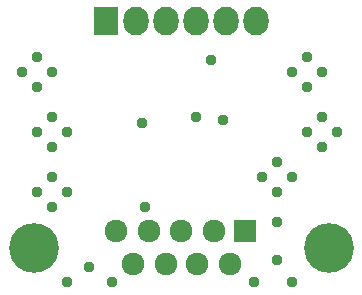
<source format=gbr>
G04 #@! TF.FileFunction,Soldermask,Bot*
%FSLAX46Y46*%
G04 Gerber Fmt 4.6, Leading zero omitted, Abs format (unit mm)*
G04 Created by KiCad (PCBNEW (2014-11-24 BZR 5301)-product) date Sat Mar 28 18:02:59 2015*
%MOMM*%
G01*
G04 APERTURE LIST*
%ADD10C,0.100000*%
%ADD11C,0.939800*%
%ADD12R,2.127200X2.432000*%
%ADD13O,2.127200X2.432000*%
%ADD14C,4.210000*%
%ADD15R,1.924000X1.924000*%
%ADD16C,1.924000*%
G04 APERTURE END LIST*
D10*
D11*
X140462000Y-86614000D03*
X146050000Y-100330000D03*
X128270000Y-105410000D03*
X147320000Y-105410000D03*
X144145000Y-105410000D03*
X146050000Y-103505000D03*
X151130000Y-92710000D03*
X146050000Y-95250000D03*
X149860000Y-93980000D03*
X146050000Y-97790000D03*
X144780000Y-96520000D03*
X148590000Y-92710000D03*
X149860000Y-91440000D03*
X148590000Y-88900000D03*
X149860000Y-87630000D03*
X147320000Y-87630000D03*
X148590000Y-86360000D03*
X130175000Y-104140000D03*
X127000000Y-99060000D03*
X127000000Y-93980000D03*
X128270000Y-92710000D03*
X127000000Y-91440000D03*
X125730000Y-92710000D03*
X127000000Y-87630000D03*
X125730000Y-88900000D03*
X125730000Y-86360000D03*
X124460000Y-87630000D03*
X134874000Y-99060000D03*
X127000000Y-96520000D03*
X134620000Y-91948000D03*
X141478000Y-91694000D03*
X139192000Y-91440000D03*
X147320000Y-96520000D03*
X125730000Y-97790000D03*
X128270000Y-97790000D03*
X132080000Y-105410000D03*
D12*
X131572000Y-83312000D03*
D13*
X134112000Y-83312000D03*
X136652000Y-83312000D03*
X139192000Y-83312000D03*
X141732000Y-83312000D03*
X144272000Y-83312000D03*
D14*
X125476000Y-102489000D03*
X150495000Y-102489000D03*
D15*
X143383000Y-101092000D03*
D16*
X140716000Y-101092000D03*
X137922000Y-101092000D03*
X135255000Y-101092000D03*
X132461000Y-101092000D03*
X142113000Y-103886000D03*
X139319000Y-103886000D03*
X136652000Y-103886000D03*
X133858000Y-103886000D03*
M02*

</source>
